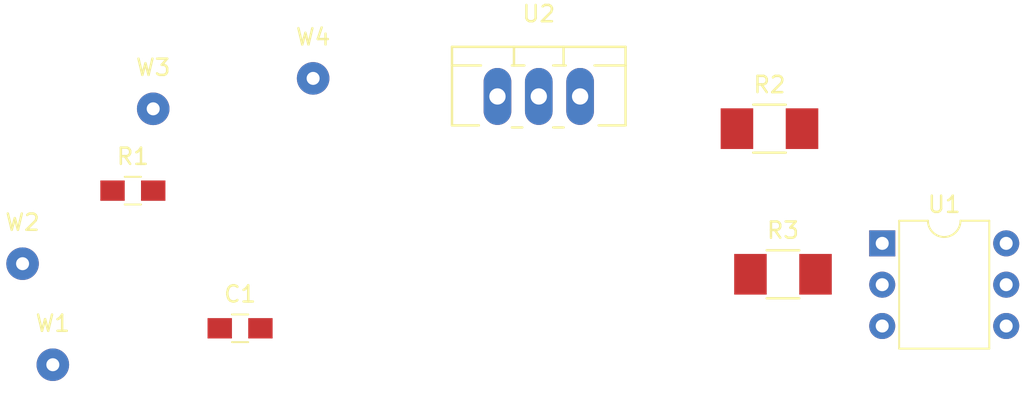
<source format=kicad_pcb>
(kicad_pcb (version 4) (host pcbnew 4.0.4-stable)

  (general
    (links 11)
    (no_connects 11)
    (area 0 0 0 0)
    (thickness 1.6)
    (drawings 0)
    (tracks 0)
    (zones 0)
    (modules 10)
    (nets 9)
  )

  (page A4)
  (layers
    (0 F.Cu signal)
    (31 B.Cu signal)
    (32 B.Adhes user)
    (33 F.Adhes user)
    (34 B.Paste user)
    (35 F.Paste user)
    (36 B.SilkS user)
    (37 F.SilkS user)
    (38 B.Mask user)
    (39 F.Mask user)
    (40 Dwgs.User user)
    (41 Cmts.User user)
    (42 Eco1.User user)
    (43 Eco2.User user)
    (44 Edge.Cuts user)
    (45 Margin user)
    (46 B.CrtYd user)
    (47 F.CrtYd user)
    (48 B.Fab user)
    (49 F.Fab user)
  )

  (setup
    (last_trace_width 0.25)
    (trace_clearance 0.2)
    (zone_clearance 0.508)
    (zone_45_only no)
    (trace_min 0.2)
    (segment_width 0.2)
    (edge_width 0.1)
    (via_size 0.6)
    (via_drill 0.4)
    (via_min_size 0.4)
    (via_min_drill 0.3)
    (uvia_size 0.3)
    (uvia_drill 0.1)
    (uvias_allowed no)
    (uvia_min_size 0.2)
    (uvia_min_drill 0.1)
    (pcb_text_width 0.3)
    (pcb_text_size 1.5 1.5)
    (mod_edge_width 0.15)
    (mod_text_size 1 1)
    (mod_text_width 0.15)
    (pad_size 0.5 0.5)
    (pad_drill 0.3)
    (pad_to_mask_clearance 0)
    (aux_axis_origin 0 0)
    (visible_elements FFFFEF7F)
    (pcbplotparams
      (layerselection 0x00030_80000001)
      (usegerberextensions false)
      (excludeedgelayer true)
      (linewidth 0.100000)
      (plotframeref false)
      (viasonmask false)
      (mode 1)
      (useauxorigin false)
      (hpglpennumber 1)
      (hpglpenspeed 20)
      (hpglpendiameter 15)
      (hpglpenoverlay 2)
      (psnegative false)
      (psa4output false)
      (plotreference true)
      (plotvalue true)
      (plotinvisibletext false)
      (padsonsilk false)
      (subtractmaskfromsilk false)
      (outputformat 1)
      (mirror false)
      (drillshape 1)
      (scaleselection 1)
      (outputdirectory ""))
  )

  (net 0 "")
  (net 1 "Net-(C1-Pad1)")
  (net 2 "Net-(C1-Pad2)")
  (net 3 "Net-(R1-Pad1)")
  (net 4 "Net-(R1-Pad2)")
  (net 5 "Net-(R2-Pad1)")
  (net 6 "Net-(R2-Pad2)")
  (net 7 "Net-(U1-Pad4)")
  (net 8 GND)

  (net_class Default "This is the default net class."
    (clearance 0.2)
    (trace_width 0.25)
    (via_dia 0.6)
    (via_drill 0.4)
    (uvia_dia 0.3)
    (uvia_drill 0.1)
    (add_net GND)
    (add_net "Net-(C1-Pad1)")
    (add_net "Net-(C1-Pad2)")
    (add_net "Net-(R1-Pad1)")
    (add_net "Net-(R1-Pad2)")
    (add_net "Net-(R2-Pad1)")
    (add_net "Net-(R2-Pad2)")
    (add_net "Net-(U1-Pad4)")
  )

  (module Capacitors_SMD:C_0805_HandSoldering (layer F.Cu) (tedit 541A9B8D) (tstamp 589485B3)
    (at 129.58 109.58)
    (descr "Capacitor SMD 0805, hand soldering")
    (tags "capacitor 0805")
    (path /5894832C)
    (attr smd)
    (fp_text reference C1 (at 0 -2.1) (layer F.SilkS)
      (effects (font (size 1 1) (thickness 0.15)))
    )
    (fp_text value 1nF (at 0 2.1) (layer F.Fab)
      (effects (font (size 1 1) (thickness 0.15)))
    )
    (fp_line (start -1 0.625) (end -1 -0.625) (layer F.Fab) (width 0.1))
    (fp_line (start 1 0.625) (end -1 0.625) (layer F.Fab) (width 0.1))
    (fp_line (start 1 -0.625) (end 1 0.625) (layer F.Fab) (width 0.1))
    (fp_line (start -1 -0.625) (end 1 -0.625) (layer F.Fab) (width 0.1))
    (fp_line (start -2.3 -1) (end 2.3 -1) (layer F.CrtYd) (width 0.05))
    (fp_line (start -2.3 1) (end 2.3 1) (layer F.CrtYd) (width 0.05))
    (fp_line (start -2.3 -1) (end -2.3 1) (layer F.CrtYd) (width 0.05))
    (fp_line (start 2.3 -1) (end 2.3 1) (layer F.CrtYd) (width 0.05))
    (fp_line (start 0.5 -0.85) (end -0.5 -0.85) (layer F.SilkS) (width 0.12))
    (fp_line (start -0.5 0.85) (end 0.5 0.85) (layer F.SilkS) (width 0.12))
    (pad 1 smd rect (at -1.25 0) (size 1.5 1.25) (layers F.Cu F.Paste F.Mask)
      (net 1 "Net-(C1-Pad1)"))
    (pad 2 smd rect (at 1.25 0) (size 1.5 1.25) (layers F.Cu F.Paste F.Mask)
      (net 2 "Net-(C1-Pad2)"))
    (model Capacitors_SMD.3dshapes/C_0805_HandSoldering.wrl
      (at (xyz 0 0 0))
      (scale (xyz 1 1 1))
      (rotate (xyz 0 0 0))
    )
  )

  (module Capacitors_SMD:C_0805_HandSoldering (layer F.Cu) (tedit 541A9B8D) (tstamp 589485B9)
    (at 122.99 101.12)
    (descr "Capacitor SMD 0805, hand soldering")
    (tags "capacitor 0805")
    (path /58947FBD)
    (attr smd)
    (fp_text reference R1 (at 0 -2.1) (layer F.SilkS)
      (effects (font (size 1 1) (thickness 0.15)))
    )
    (fp_text value 470E (at 0 2.1) (layer F.Fab)
      (effects (font (size 1 1) (thickness 0.15)))
    )
    (fp_line (start -1 0.625) (end -1 -0.625) (layer F.Fab) (width 0.1))
    (fp_line (start 1 0.625) (end -1 0.625) (layer F.Fab) (width 0.1))
    (fp_line (start 1 -0.625) (end 1 0.625) (layer F.Fab) (width 0.1))
    (fp_line (start -1 -0.625) (end 1 -0.625) (layer F.Fab) (width 0.1))
    (fp_line (start -2.3 -1) (end 2.3 -1) (layer F.CrtYd) (width 0.05))
    (fp_line (start -2.3 1) (end 2.3 1) (layer F.CrtYd) (width 0.05))
    (fp_line (start -2.3 -1) (end -2.3 1) (layer F.CrtYd) (width 0.05))
    (fp_line (start 2.3 -1) (end 2.3 1) (layer F.CrtYd) (width 0.05))
    (fp_line (start 0.5 -0.85) (end -0.5 -0.85) (layer F.SilkS) (width 0.12))
    (fp_line (start -0.5 0.85) (end 0.5 0.85) (layer F.SilkS) (width 0.12))
    (pad 1 smd rect (at -1.25 0) (size 1.5 1.25) (layers F.Cu F.Paste F.Mask)
      (net 3 "Net-(R1-Pad1)"))
    (pad 2 smd rect (at 1.25 0) (size 1.5 1.25) (layers F.Cu F.Paste F.Mask)
      (net 4 "Net-(R1-Pad2)"))
    (model Capacitors_SMD.3dshapes/C_0805_HandSoldering.wrl
      (at (xyz 0 0 0))
      (scale (xyz 1 1 1))
      (rotate (xyz 0 0 0))
    )
  )

  (module Resistors_SMD:R_1210_HandSoldering (layer F.Cu) (tedit 58307C8D) (tstamp 589485BF)
    (at 162.12 97.31)
    (descr "Resistor SMD 1210, hand soldering")
    (tags "resistor 1210")
    (path /58947E87)
    (attr smd)
    (fp_text reference R2 (at 0 -2.7) (layer F.SilkS)
      (effects (font (size 1 1) (thickness 0.15)))
    )
    (fp_text value 360E (at 0 2.7) (layer F.Fab)
      (effects (font (size 1 1) (thickness 0.15)))
    )
    (fp_line (start -1.6 1.25) (end -1.6 -1.25) (layer F.Fab) (width 0.1))
    (fp_line (start 1.6 1.25) (end -1.6 1.25) (layer F.Fab) (width 0.1))
    (fp_line (start 1.6 -1.25) (end 1.6 1.25) (layer F.Fab) (width 0.1))
    (fp_line (start -1.6 -1.25) (end 1.6 -1.25) (layer F.Fab) (width 0.1))
    (fp_line (start -3.3 -1.6) (end 3.3 -1.6) (layer F.CrtYd) (width 0.05))
    (fp_line (start -3.3 1.6) (end 3.3 1.6) (layer F.CrtYd) (width 0.05))
    (fp_line (start -3.3 -1.6) (end -3.3 1.6) (layer F.CrtYd) (width 0.05))
    (fp_line (start 3.3 -1.6) (end 3.3 1.6) (layer F.CrtYd) (width 0.05))
    (fp_line (start 1 1.475) (end -1 1.475) (layer F.SilkS) (width 0.15))
    (fp_line (start -1 -1.475) (end 1 -1.475) (layer F.SilkS) (width 0.15))
    (pad 1 smd rect (at -2 0) (size 2 2.5) (layers F.Cu F.Paste F.Mask)
      (net 5 "Net-(R2-Pad1)"))
    (pad 2 smd rect (at 2 0) (size 2 2.5) (layers F.Cu F.Paste F.Mask)
      (net 6 "Net-(R2-Pad2)"))
    (model Resistors_SMD.3dshapes/R_1210_HandSoldering.wrl
      (at (xyz 0 0 0))
      (scale (xyz 1 1 1))
      (rotate (xyz 0 0 0))
    )
  )

  (module Resistors_SMD:R_1210_HandSoldering (layer F.Cu) (tedit 58307C8D) (tstamp 589485C5)
    (at 162.95 106.26)
    (descr "Resistor SMD 1210, hand soldering")
    (tags "resistor 1210")
    (path /589482AF)
    (attr smd)
    (fp_text reference R3 (at 0 -2.7) (layer F.SilkS)
      (effects (font (size 1 1) (thickness 0.15)))
    )
    (fp_text value 360E (at 0 2.7) (layer F.Fab)
      (effects (font (size 1 1) (thickness 0.15)))
    )
    (fp_line (start -1.6 1.25) (end -1.6 -1.25) (layer F.Fab) (width 0.1))
    (fp_line (start 1.6 1.25) (end -1.6 1.25) (layer F.Fab) (width 0.1))
    (fp_line (start 1.6 -1.25) (end 1.6 1.25) (layer F.Fab) (width 0.1))
    (fp_line (start -1.6 -1.25) (end 1.6 -1.25) (layer F.Fab) (width 0.1))
    (fp_line (start -3.3 -1.6) (end 3.3 -1.6) (layer F.CrtYd) (width 0.05))
    (fp_line (start -3.3 1.6) (end 3.3 1.6) (layer F.CrtYd) (width 0.05))
    (fp_line (start -3.3 -1.6) (end -3.3 1.6) (layer F.CrtYd) (width 0.05))
    (fp_line (start 3.3 -1.6) (end 3.3 1.6) (layer F.CrtYd) (width 0.05))
    (fp_line (start 1 1.475) (end -1 1.475) (layer F.SilkS) (width 0.15))
    (fp_line (start -1 -1.475) (end 1 -1.475) (layer F.SilkS) (width 0.15))
    (pad 1 smd rect (at -2 0) (size 2 2.5) (layers F.Cu F.Paste F.Mask)
      (net 1 "Net-(C1-Pad1)"))
    (pad 2 smd rect (at 2 0) (size 2 2.5) (layers F.Cu F.Paste F.Mask)
      (net 5 "Net-(R2-Pad1)"))
    (model Resistors_SMD.3dshapes/R_1210_HandSoldering.wrl
      (at (xyz 0 0 0))
      (scale (xyz 1 1 1))
      (rotate (xyz 0 0 0))
    )
  )

  (module Housings_DIP:DIP-6_W7.62mm (layer F.Cu) (tedit 586281B4) (tstamp 589485CF)
    (at 169.05 104.36)
    (descr "6-lead dip package, row spacing 7.62 mm (300 mils)")
    (tags "DIL DIP PDIP 2.54mm 7.62mm 300mil")
    (path /58947ED1)
    (fp_text reference U1 (at 3.81 -2.39) (layer F.SilkS)
      (effects (font (size 1 1) (thickness 0.15)))
    )
    (fp_text value MOC3023M (at 3.81 7.47) (layer F.Fab)
      (effects (font (size 1 1) (thickness 0.15)))
    )
    (fp_arc (start 3.81 -1.39) (end 2.81 -1.39) (angle -180) (layer F.SilkS) (width 0.12))
    (fp_line (start 1.635 -1.27) (end 6.985 -1.27) (layer F.Fab) (width 0.1))
    (fp_line (start 6.985 -1.27) (end 6.985 6.35) (layer F.Fab) (width 0.1))
    (fp_line (start 6.985 6.35) (end 0.635 6.35) (layer F.Fab) (width 0.1))
    (fp_line (start 0.635 6.35) (end 0.635 -0.27) (layer F.Fab) (width 0.1))
    (fp_line (start 0.635 -0.27) (end 1.635 -1.27) (layer F.Fab) (width 0.1))
    (fp_line (start 2.81 -1.39) (end 1.04 -1.39) (layer F.SilkS) (width 0.12))
    (fp_line (start 1.04 -1.39) (end 1.04 6.47) (layer F.SilkS) (width 0.12))
    (fp_line (start 1.04 6.47) (end 6.58 6.47) (layer F.SilkS) (width 0.12))
    (fp_line (start 6.58 6.47) (end 6.58 -1.39) (layer F.SilkS) (width 0.12))
    (fp_line (start 6.58 -1.39) (end 4.81 -1.39) (layer F.SilkS) (width 0.12))
    (fp_line (start -1.1 -1.6) (end -1.1 6.6) (layer F.CrtYd) (width 0.05))
    (fp_line (start -1.1 6.6) (end 8.7 6.6) (layer F.CrtYd) (width 0.05))
    (fp_line (start 8.7 6.6) (end 8.7 -1.6) (layer F.CrtYd) (width 0.05))
    (fp_line (start 8.7 -1.6) (end -1.1 -1.6) (layer F.CrtYd) (width 0.05))
    (pad 1 thru_hole rect (at 0 0) (size 1.6 1.6) (drill 0.8) (layers *.Cu *.Mask)
      (net 3 "Net-(R1-Pad1)"))
    (pad 4 thru_hole oval (at 7.62 5.08) (size 1.6 1.6) (drill 0.8) (layers *.Cu *.Mask)
      (net 7 "Net-(U1-Pad4)"))
    (pad 2 thru_hole oval (at 0 2.54) (size 1.6 1.6) (drill 0.8) (layers *.Cu *.Mask)
      (net 8 GND))
    (pad 5 thru_hole oval (at 7.62 2.54) (size 1.6 1.6) (drill 0.8) (layers *.Cu *.Mask))
    (pad 3 thru_hole oval (at 0 5.08) (size 1.6 1.6) (drill 0.8) (layers *.Cu *.Mask))
    (pad 6 thru_hole oval (at 7.62 0) (size 1.6 1.6) (drill 0.8) (layers *.Cu *.Mask)
      (net 6 "Net-(R2-Pad2)"))
    (model Housings_DIP.3dshapes/DIP-6_W7.62mm.wrl
      (at (xyz 0 0 0))
      (scale (xyz 1 1 1))
      (rotate (xyz 0 0 0))
    )
  )

  (module TO_SOT_Packages_THT:TO-220_Neutral123_Vertical_LargePads (layer F.Cu) (tedit 0) (tstamp 589485D6)
    (at 147.94 95.33)
    (descr "TO-220, Neutral, Vertical, Large Pads,")
    (tags "TO-220, Neutral, Vertical, Large Pads,")
    (path /58948091)
    (fp_text reference U2 (at 0 -5.08) (layer F.SilkS)
      (effects (font (size 1 1) (thickness 0.15)))
    )
    (fp_text value BTA12-600CW3G (at 0 3.81) (layer F.Fab)
      (effects (font (size 1 1) (thickness 0.15)))
    )
    (fp_line (start 5.334 -1.905) (end 3.429 -1.905) (layer F.SilkS) (width 0.15))
    (fp_line (start 0.889 -1.905) (end 1.651 -1.905) (layer F.SilkS) (width 0.15))
    (fp_line (start -1.524 -1.905) (end -1.651 -1.905) (layer F.SilkS) (width 0.15))
    (fp_line (start -1.524 -1.905) (end -0.889 -1.905) (layer F.SilkS) (width 0.15))
    (fp_line (start -5.334 -1.905) (end -3.556 -1.905) (layer F.SilkS) (width 0.15))
    (fp_line (start -5.334 1.778) (end -3.683 1.778) (layer F.SilkS) (width 0.15))
    (fp_line (start -1.016 1.905) (end -1.651 1.905) (layer F.SilkS) (width 0.15))
    (fp_line (start 1.524 1.905) (end 0.889 1.905) (layer F.SilkS) (width 0.15))
    (fp_line (start 5.334 1.778) (end 3.683 1.778) (layer F.SilkS) (width 0.15))
    (fp_line (start -1.524 -3.048) (end -1.524 -1.905) (layer F.SilkS) (width 0.15))
    (fp_line (start 1.524 -3.048) (end 1.524 -1.905) (layer F.SilkS) (width 0.15))
    (fp_line (start 5.334 -1.905) (end 5.334 1.778) (layer F.SilkS) (width 0.15))
    (fp_line (start -5.334 1.778) (end -5.334 -1.905) (layer F.SilkS) (width 0.15))
    (fp_line (start 5.334 -3.048) (end 5.334 -1.905) (layer F.SilkS) (width 0.15))
    (fp_line (start -5.334 -1.905) (end -5.334 -3.048) (layer F.SilkS) (width 0.15))
    (fp_line (start 0 -3.048) (end -5.334 -3.048) (layer F.SilkS) (width 0.15))
    (fp_line (start 0 -3.048) (end 5.334 -3.048) (layer F.SilkS) (width 0.15))
    (pad 2 thru_hole oval (at 0 0 90) (size 3.50012 1.69926) (drill 1.00076) (layers *.Cu *.Mask)
      (net 5 "Net-(R2-Pad1)"))
    (pad 1 thru_hole oval (at -2.54 0 90) (size 3.50012 1.69926) (drill 1.00076) (layers *.Cu *.Mask)
      (net 2 "Net-(C1-Pad2)"))
    (pad 3 thru_hole oval (at 2.54 0 90) (size 3.50012 1.69926) (drill 1.00076) (layers *.Cu *.Mask)
      (net 7 "Net-(U1-Pad4)"))
    (model TO_SOT_Packages_THT.3dshapes/TO-220_Neutral123_Vertical_LargePads.wrl
      (at (xyz 0 0 0))
      (scale (xyz 0.3937 0.3937 0.3937))
      (rotate (xyz 0 0 0))
    )
  )

  (module Wire_Pads:SolderWirePad_single_0-8mmDrill (layer F.Cu) (tedit 0) (tstamp 589485DB)
    (at 118.07 111.82)
    (path /5894948C)
    (fp_text reference W1 (at 0 -2.54) (layer F.SilkS)
      (effects (font (size 1 1) (thickness 0.15)))
    )
    (fp_text value GND (at 0 2.54) (layer F.Fab)
      (effects (font (size 1 1) (thickness 0.15)))
    )
    (pad 1 thru_hole circle (at 0 0) (size 1.99898 1.99898) (drill 0.8001) (layers *.Cu *.Mask)
      (net 8 GND))
  )

  (module Wire_Pads:SolderWirePad_single_0-8mmDrill (layer F.Cu) (tedit 0) (tstamp 589485E0)
    (at 116.21 105.61)
    (path /58949337)
    (fp_text reference W2 (at 0 -2.54) (layer F.SilkS)
      (effects (font (size 1 1) (thickness 0.15)))
    )
    (fp_text value I/P (at 0 2.54) (layer F.Fab)
      (effects (font (size 1 1) (thickness 0.15)))
    )
    (pad 1 thru_hole circle (at 0 0) (size 1.99898 1.99898) (drill 0.8001) (layers *.Cu *.Mask)
      (net 4 "Net-(R1-Pad2)"))
  )

  (module Wire_Pads:SolderWirePad_single_0-8mmDrill (layer F.Cu) (tedit 0) (tstamp 589485E5)
    (at 124.24 96.09)
    (path /58949123)
    (fp_text reference W3 (at 0 -2.54) (layer F.SilkS)
      (effects (font (size 1 1) (thickness 0.15)))
    )
    (fp_text value L1 (at 0 2.54) (layer F.Fab)
      (effects (font (size 1 1) (thickness 0.15)))
    )
    (pad 1 thru_hole circle (at 0 0) (size 1.99898 1.99898) (drill 0.8001) (layers *.Cu *.Mask)
      (net 5 "Net-(R2-Pad1)"))
  )

  (module Wire_Pads:SolderWirePad_single_0-8mmDrill (layer F.Cu) (tedit 0) (tstamp 589485EA)
    (at 134.07 94.22)
    (path /589492D7)
    (fp_text reference W4 (at 0 -2.54) (layer F.SilkS)
      (effects (font (size 1 1) (thickness 0.15)))
    )
    (fp_text value L2 (at 0 2.54) (layer F.Fab)
      (effects (font (size 1 1) (thickness 0.15)))
    )
    (pad 1 thru_hole circle (at 0 0) (size 1.99898 1.99898) (drill 0.8001) (layers *.Cu *.Mask)
      (net 2 "Net-(C1-Pad2)"))
  )

)

</source>
